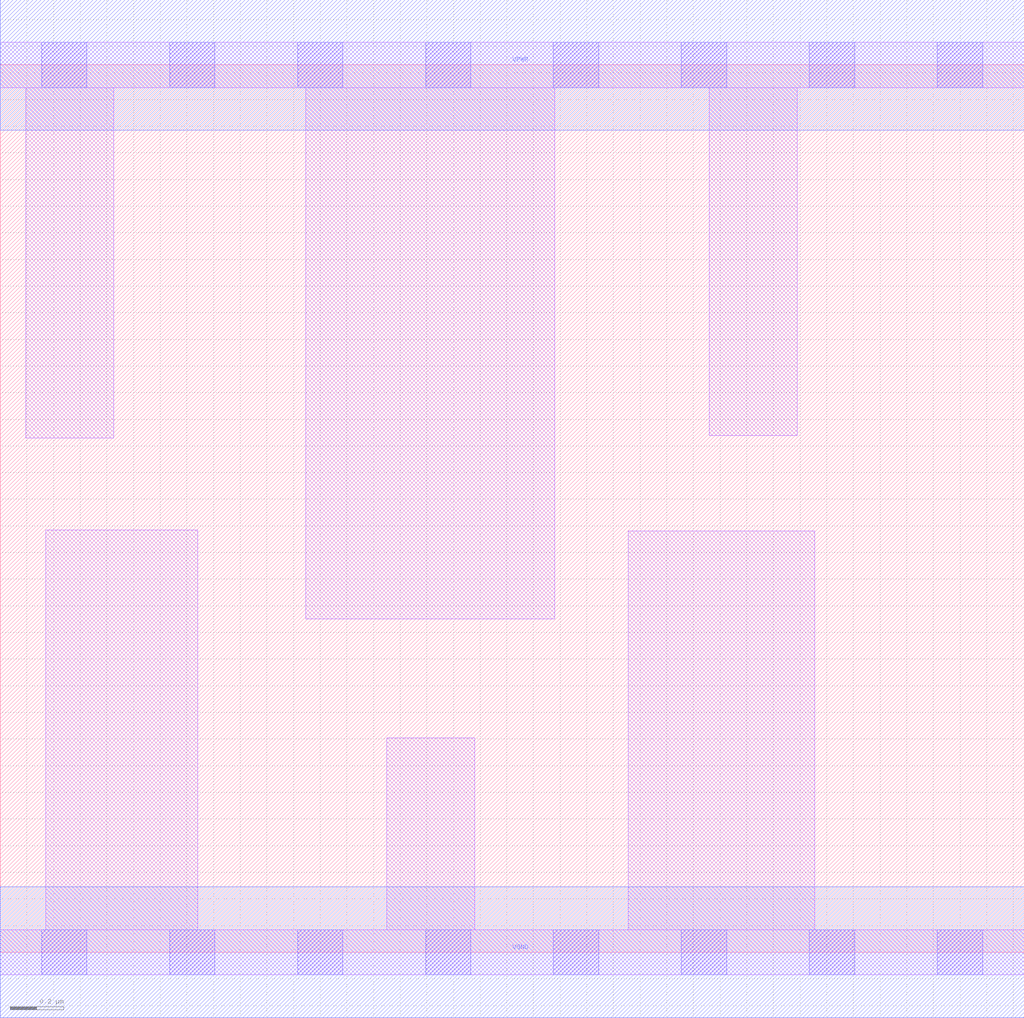
<source format=lef>
# Copyright 2020 The SkyWater PDK Authors
#
# Licensed under the Apache License, Version 2.0 (the "License");
# you may not use this file except in compliance with the License.
# You may obtain a copy of the License at
#
#     https://www.apache.org/licenses/LICENSE-2.0
#
# Unless required by applicable law or agreed to in writing, software
# distributed under the License is distributed on an "AS IS" BASIS,
# WITHOUT WARRANTIES OR CONDITIONS OF ANY KIND, either express or implied.
# See the License for the specific language governing permissions and
# limitations under the License.
#
# SPDX-License-Identifier: Apache-2.0

VERSION 5.7 ;
  NOWIREEXTENSIONATPIN ON ;
  DIVIDERCHAR "/" ;
  BUSBITCHARS "[]" ;
UNITS
  DATABASE MICRONS 200 ;
END UNITS
MACRO sky130_fd_sc_hs__decap_8
  CLASS CORE ;
  FOREIGN sky130_fd_sc_hs__decap_8 ;
  ORIGIN  0.000000  0.000000 ;
  SIZE  3.840000 BY  3.330000 ;
  SYMMETRY X Y ;
  SITE unit ;
  PIN VGND
    DIRECTION INOUT ;
    USE GROUND ;
    PORT
      LAYER met1 ;
        RECT 0.000000 -0.245000 3.840000 0.245000 ;
    END
  END VGND
  PIN VPWR
    DIRECTION INOUT ;
    USE POWER ;
    PORT
      LAYER met1 ;
        RECT 0.000000 3.085000 3.840000 3.575000 ;
    END
  END VPWR
  OBS
    LAYER li1 ;
      RECT 0.000000 -0.085000 3.840000 0.085000 ;
      RECT 0.000000  3.245000 3.840000 3.415000 ;
      RECT 0.095000  1.930000 0.425000 3.245000 ;
      RECT 0.170000  0.085000 0.740000 1.585000 ;
      RECT 1.145000  1.250000 2.080000 3.245000 ;
      RECT 1.450000  0.085000 1.780000 0.805000 ;
      RECT 2.355000  0.085000 3.055000 1.580000 ;
      RECT 2.660000  1.940000 2.990000 3.245000 ;
    LAYER mcon ;
      RECT 0.155000 -0.085000 0.325000 0.085000 ;
      RECT 0.155000  3.245000 0.325000 3.415000 ;
      RECT 0.635000 -0.085000 0.805000 0.085000 ;
      RECT 0.635000  3.245000 0.805000 3.415000 ;
      RECT 1.115000 -0.085000 1.285000 0.085000 ;
      RECT 1.115000  3.245000 1.285000 3.415000 ;
      RECT 1.595000 -0.085000 1.765000 0.085000 ;
      RECT 1.595000  3.245000 1.765000 3.415000 ;
      RECT 2.075000 -0.085000 2.245000 0.085000 ;
      RECT 2.075000  3.245000 2.245000 3.415000 ;
      RECT 2.555000 -0.085000 2.725000 0.085000 ;
      RECT 2.555000  3.245000 2.725000 3.415000 ;
      RECT 3.035000 -0.085000 3.205000 0.085000 ;
      RECT 3.035000  3.245000 3.205000 3.415000 ;
      RECT 3.515000 -0.085000 3.685000 0.085000 ;
      RECT 3.515000  3.245000 3.685000 3.415000 ;
  END
END sky130_fd_sc_hs__decap_8
END LIBRARY

</source>
